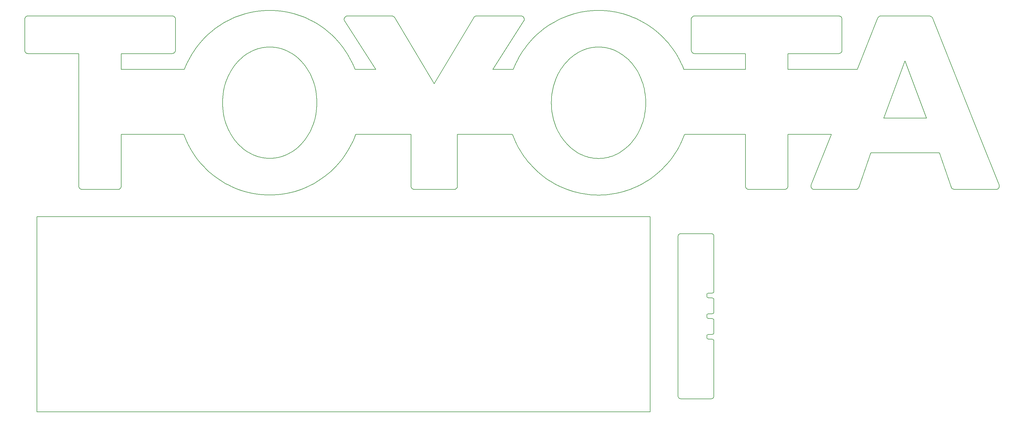
<source format=gbr>
%TF.GenerationSoftware,KiCad,Pcbnew,(6.0.0)*%
%TF.CreationDate,2022-05-14T17:25:00-07:00*%
%TF.ProjectId,Stencil,5374656e-6369-46c2-9e6b-696361645f70,rev?*%
%TF.SameCoordinates,Original*%
%TF.FileFunction,Profile,NP*%
%FSLAX46Y46*%
G04 Gerber Fmt 4.6, Leading zero omitted, Abs format (unit mm)*
G04 Created by KiCad (PCBNEW (6.0.0)) date 2022-05-14 17:25:00*
%MOMM*%
%LPD*%
G01*
G04 APERTURE LIST*
%ADD10C,0.200000*%
%TA.AperFunction,Profile*%
%ADD11C,0.150000*%
%TD*%
G04 APERTURE END LIST*
D10*
X41374535Y-40635228D02*
X41374535Y-45492705D01*
D11*
X28460000Y-90792976D02*
X216960000Y-90792976D01*
X216960000Y-90792976D02*
X216960000Y-150792976D01*
X216960000Y-150792976D02*
X28460000Y-150792976D01*
X28460000Y-150792976D02*
X28460000Y-90792976D01*
D10*
X25737975Y-40635228D02*
X41374535Y-40635228D01*
X236007559Y-120659806D02*
X236218280Y-120620514D01*
X236390366Y-120513362D01*
X236516104Y-120331721D01*
X236548991Y-120159793D01*
X226374811Y-146809803D02*
X226924775Y-146809803D01*
X236548991Y-122660179D02*
X236495611Y-122443408D01*
X236352005Y-122274358D01*
X236168657Y-122182665D01*
X236007699Y-122160188D01*
X236538501Y-126609227D02*
X236541718Y-126579578D01*
X226374904Y-96009932D02*
X226168738Y-96033921D01*
X225947143Y-96120247D01*
X225764271Y-96259575D01*
X225631316Y-96441566D01*
X225559474Y-96655878D01*
X225549970Y-96771923D01*
X234384008Y-121159926D02*
X234384008Y-121159797D01*
X235079592Y-114308471D02*
X236008654Y-114308471D01*
X234384964Y-114808569D02*
X234384964Y-114808462D01*
X234384964Y-115308474D02*
X234384964Y-114808569D01*
X234384008Y-121659938D02*
X234384008Y-121659809D01*
X236549947Y-116308822D02*
X236496571Y-116092051D01*
X236352970Y-115923001D01*
X236169621Y-115831308D01*
X236008654Y-115808831D01*
X235078613Y-122159929D02*
X234872058Y-122137449D01*
X234663019Y-122060594D01*
X234502635Y-121939482D01*
X234398119Y-121760700D01*
X234384008Y-121659938D01*
X225549970Y-96771923D02*
X225549947Y-146047920D01*
X226924775Y-146809803D02*
X226926173Y-146809932D01*
X225654820Y-146412669D02*
X225782682Y-146574106D01*
X225950557Y-146699578D01*
X226150560Y-146780879D01*
X226374811Y-146809803D01*
X235036818Y-146809803D02*
X235724290Y-146809803D01*
X236549480Y-126508436D02*
X236548991Y-122660179D01*
X234384497Y-127508569D02*
X234384497Y-127508462D01*
X234384964Y-114808462D02*
X234439553Y-114613839D01*
X234588420Y-114454911D01*
X234778447Y-114357774D01*
X234973809Y-114314231D01*
X235079592Y-114308471D01*
X236007699Y-122160188D02*
X235792305Y-122160013D01*
X235586733Y-122159967D01*
X235372636Y-122159942D01*
X235164371Y-122159930D01*
X235078613Y-122159929D01*
X235035559Y-146809932D02*
X235036818Y-146809803D01*
X235724313Y-96009932D02*
X226374904Y-96009932D01*
X234384008Y-121659809D02*
X234384008Y-121159926D01*
X236548991Y-120159944D02*
X236549947Y-116308822D01*
X236008165Y-128508831D02*
X235792787Y-128508656D01*
X235587219Y-128508611D01*
X235373125Y-128508586D01*
X235164861Y-128508574D01*
X235079103Y-128508573D01*
X236549224Y-146047812D02*
X236549480Y-129008822D01*
X236008211Y-127008471D02*
X236215857Y-126970351D01*
X236402255Y-126851251D01*
X236519980Y-126671721D01*
X236538501Y-126609227D01*
X236549247Y-96771901D02*
X236512159Y-96545308D01*
X236408362Y-96345869D01*
X236249049Y-96183923D01*
X236045416Y-96069809D01*
X235849943Y-96018711D01*
X235724313Y-96009932D01*
X235079103Y-128508573D02*
X234872548Y-128486093D01*
X234663508Y-128409238D01*
X234503124Y-128288125D01*
X234398608Y-128109343D01*
X234384497Y-128008582D01*
X234384497Y-128008582D02*
X234384497Y-128008474D01*
X234384008Y-121159797D02*
X234438593Y-120965174D01*
X234587453Y-120806246D01*
X234777472Y-120709109D01*
X234972831Y-120665566D01*
X235078613Y-120659806D01*
X236008654Y-114308471D02*
X236219353Y-114269177D01*
X236391409Y-114162019D01*
X236517102Y-113980377D01*
X236549947Y-113808458D01*
X234384964Y-115308582D02*
X234384964Y-115308474D01*
X236008654Y-115808831D02*
X235793276Y-115808656D01*
X235587708Y-115808611D01*
X235373614Y-115808586D01*
X235165350Y-115808574D01*
X235079592Y-115808573D01*
X236548991Y-120159793D02*
X236548991Y-120159944D01*
X225549947Y-146047920D02*
X225581592Y-146250743D01*
X225654820Y-146412669D01*
X235724290Y-146809803D02*
X235930455Y-146785813D01*
X236152050Y-146699487D01*
X236334922Y-146560159D01*
X236467877Y-146378168D01*
X236539719Y-146163856D01*
X236549224Y-146047812D01*
X234384497Y-128008474D02*
X234384497Y-127508569D01*
X235079103Y-127008471D02*
X236008211Y-127008471D01*
X235078613Y-120659806D02*
X236007559Y-120659806D01*
X236541718Y-126579578D02*
X236549480Y-126508436D01*
X235079592Y-115808573D02*
X234873035Y-115786093D01*
X234663990Y-115709238D01*
X234503598Y-115588125D01*
X234399076Y-115409343D01*
X234384964Y-115308582D01*
X236549480Y-129008822D02*
X236496099Y-128792051D01*
X236352489Y-128623001D01*
X236169134Y-128531308D01*
X236008165Y-128508831D01*
X234384497Y-127508462D02*
X234439082Y-127313839D01*
X234587942Y-127154911D01*
X234777962Y-127057774D01*
X234973321Y-127014231D01*
X235079103Y-127008471D01*
X236549947Y-113808458D02*
X236549247Y-96771901D01*
X226926173Y-146809932D02*
X235035559Y-146809932D01*
X48261065Y-29078203D02*
X47538241Y-29078203D01*
X71061332Y-39635228D02*
X71061332Y-30078203D01*
X246239894Y-81418207D02*
X246260210Y-81619741D01*
X246338504Y-81851748D01*
X246468245Y-82054299D01*
X246641577Y-82219542D01*
X246850648Y-82339622D01*
X247087603Y-82406684D01*
X247239894Y-82418207D01*
X54424772Y-65492690D02*
X73613135Y-65492690D01*
X246239894Y-40635207D02*
X246239894Y-45492705D01*
X73812047Y-45492705D02*
X54424772Y-45492705D01*
X42374535Y-82418207D02*
X47899653Y-82418207D01*
X54424772Y-40635228D02*
X70061332Y-40635228D01*
X275926712Y-39635207D02*
X275926712Y-30078203D01*
X150603990Y-49872628D02*
X138470621Y-29565298D01*
X309518743Y-81744806D02*
X309621140Y-81956607D01*
X309766567Y-82134982D01*
X309947375Y-82274483D01*
X310155919Y-82369662D01*
X310384552Y-82415072D01*
X310463906Y-82418207D01*
X303709313Y-29707650D02*
X303602355Y-29508415D01*
X303456694Y-29341452D01*
X303279252Y-29211451D01*
X303076949Y-29123102D01*
X302856706Y-29081096D01*
X302780502Y-29078203D01*
X186597752Y-55777865D02*
X186616619Y-54896461D01*
X186672615Y-54026628D01*
X186764829Y-53169442D01*
X186892348Y-52325979D01*
X187054262Y-51497316D01*
X187249660Y-50684528D01*
X187477631Y-49888691D01*
X187737264Y-49110882D01*
X188027647Y-48352177D01*
X188347870Y-47613652D01*
X188697022Y-46896384D01*
X189074190Y-46201448D01*
X189478465Y-45529921D01*
X189908935Y-44882879D01*
X190364690Y-44261398D01*
X190844817Y-43666554D01*
X191348406Y-43099423D01*
X191874546Y-42561082D01*
X192422326Y-42052607D01*
X192990835Y-41575074D01*
X193579161Y-41129559D01*
X194186393Y-40717139D01*
X194811621Y-40338889D01*
X195453934Y-39995885D01*
X196112419Y-39689205D01*
X196786167Y-39419924D01*
X197474266Y-39189118D01*
X198175805Y-38997863D01*
X198889872Y-38847236D01*
X199615558Y-38738313D01*
X200351950Y-38672170D01*
X201098138Y-38649884D01*
X295315925Y-71152831D02*
X305858714Y-71152831D01*
X230603334Y-40635207D02*
X246239894Y-40635207D01*
X162737087Y-29565298D02*
X150603990Y-49872628D01*
X201098011Y-84158217D02*
X202231755Y-84135577D01*
X203354102Y-84068228D01*
X204464207Y-83957024D01*
X205561224Y-83802817D01*
X206644307Y-83606463D01*
X207712611Y-83368814D01*
X208765290Y-83090724D01*
X209801499Y-82773048D01*
X210820392Y-82416639D01*
X211821124Y-82022351D01*
X212802848Y-81591037D01*
X213764719Y-81123552D01*
X214705891Y-80620749D01*
X215625520Y-80083483D01*
X216522759Y-79512606D01*
X217396763Y-78908973D01*
X218246686Y-78273438D01*
X219071682Y-77606853D01*
X219870906Y-76910074D01*
X220643513Y-76183954D01*
X221388656Y-75429347D01*
X222105490Y-74647106D01*
X222793170Y-73838085D01*
X223450849Y-73003138D01*
X224077683Y-72143120D01*
X224672825Y-71258883D01*
X225235431Y-70351281D01*
X225764654Y-69421169D01*
X226259649Y-68469400D01*
X226719569Y-67496828D01*
X227143571Y-66504306D01*
X227530808Y-65492690D01*
X126458833Y-65492690D02*
X143475305Y-65492690D01*
X286922537Y-29707650D02*
X280625026Y-45492705D01*
X24737975Y-39635228D02*
X24758291Y-39836762D01*
X24836585Y-40068769D01*
X24966326Y-40271320D01*
X25139658Y-40436563D01*
X25348729Y-40556643D01*
X25585684Y-40623705D01*
X25737975Y-40635228D01*
X143475305Y-65492690D02*
X143475305Y-81418207D01*
X259290131Y-65492690D02*
X272645948Y-65492690D01*
X137612175Y-29078203D02*
X123918914Y-29078203D01*
X54424772Y-45492705D02*
X54424772Y-40635228D01*
X259290131Y-45492705D02*
X259290131Y-40635207D01*
X310463906Y-82418207D02*
X323262799Y-82418207D01*
X230603334Y-29078203D02*
X230401799Y-29098519D01*
X230169792Y-29176813D01*
X229967241Y-29306554D01*
X229801998Y-29479886D01*
X229681918Y-29688957D01*
X229614856Y-29925912D01*
X229603334Y-30078203D01*
X114536496Y-55748194D02*
X114517628Y-56629597D01*
X114461632Y-57499430D01*
X114369418Y-58356615D01*
X114241899Y-59200078D01*
X114079985Y-60028741D01*
X113884587Y-60841529D01*
X113656616Y-61637365D01*
X113396983Y-62415173D01*
X113106600Y-63173877D01*
X112786377Y-63912401D01*
X112437226Y-64629669D01*
X112060057Y-65324604D01*
X111655782Y-65996130D01*
X111225312Y-66643171D01*
X110769558Y-67264651D01*
X110289431Y-67859494D01*
X109785841Y-68426624D01*
X109259701Y-68964964D01*
X108711921Y-69473438D01*
X108143413Y-69950970D01*
X107555087Y-70396484D01*
X106947854Y-70808903D01*
X106322626Y-71187153D01*
X105680314Y-71530155D01*
X105021829Y-71836835D01*
X104348081Y-72106115D01*
X103659982Y-72336921D01*
X102958443Y-72528175D01*
X102244376Y-72678801D01*
X101518690Y-72787724D01*
X100782298Y-72853867D01*
X100036111Y-72876154D01*
X267369051Y-82418207D02*
X280167944Y-82418207D01*
X323262799Y-82418207D02*
X323516464Y-82386252D01*
X323743069Y-82296412D01*
X323936493Y-82157720D01*
X324090612Y-81979209D01*
X324199306Y-81769913D01*
X324256451Y-81538867D01*
X324255926Y-81295102D01*
X324191610Y-81047655D01*
X281113107Y-81744806D02*
X284773136Y-71152831D01*
X229603334Y-39635207D02*
X229623650Y-39836741D01*
X229701944Y-40068748D01*
X229831685Y-40271299D01*
X230005017Y-40436542D01*
X230214088Y-40556621D01*
X230451043Y-40623684D01*
X230603334Y-40635207D01*
X266440240Y-81047655D02*
X266375923Y-81295102D01*
X266375398Y-81538867D01*
X266432543Y-81769913D01*
X266541237Y-81979209D01*
X266695356Y-82157720D01*
X266888780Y-82296412D01*
X267115385Y-82386252D01*
X267369051Y-82418207D01*
X132615934Y-45492705D02*
X126259922Y-45492705D01*
X24737975Y-30078203D02*
X24737975Y-39635228D01*
X258290131Y-82418207D02*
X258491665Y-82397890D01*
X258723672Y-82319596D01*
X258926223Y-82189855D01*
X259091466Y-82016523D01*
X259211546Y-81807452D01*
X259278608Y-81570497D01*
X259290131Y-81418207D01*
X168591774Y-45492705D02*
X178130577Y-30618020D01*
X215598523Y-55777865D02*
X215579655Y-56659268D01*
X215523659Y-57529101D01*
X215431445Y-58386286D01*
X215303926Y-59229749D01*
X215142012Y-60058412D01*
X214946614Y-60871200D01*
X214718643Y-61667036D01*
X214459010Y-62444844D01*
X214168627Y-63203548D01*
X213848404Y-63942072D01*
X213499253Y-64659340D01*
X213122084Y-65354275D01*
X212717809Y-66025801D01*
X212287339Y-66672842D01*
X211831584Y-67294322D01*
X211351457Y-67889165D01*
X210847868Y-68456295D01*
X210321728Y-68994635D01*
X209773948Y-69503109D01*
X209205440Y-69980641D01*
X208617113Y-70426155D01*
X208009881Y-70838574D01*
X207384653Y-71216824D01*
X206742341Y-71559826D01*
X206083855Y-71866506D01*
X205410108Y-72135786D01*
X204722009Y-72366592D01*
X204020470Y-72557846D01*
X203306403Y-72708472D01*
X202580717Y-72817395D01*
X201844325Y-72883538D01*
X201098138Y-72905825D01*
X295315925Y-29078203D02*
X287851348Y-29078203D01*
X144475305Y-82418207D02*
X150603854Y-82418207D01*
X47538241Y-29078203D02*
X25737975Y-29078203D01*
X100035984Y-27367842D02*
X98921131Y-27389741D01*
X97817318Y-27454899D01*
X96725346Y-27562501D01*
X95646016Y-27711736D01*
X94580131Y-27901789D01*
X93528491Y-28131849D01*
X92491898Y-28401102D01*
X91471154Y-28708736D01*
X90467061Y-29053938D01*
X89480420Y-29435894D01*
X88512032Y-29853792D01*
X87562699Y-30306820D01*
X86633223Y-30794164D01*
X85724405Y-31315012D01*
X84837047Y-31868550D01*
X83971950Y-32453965D01*
X83129917Y-33070446D01*
X82311748Y-33717179D01*
X81518245Y-34393351D01*
X80750210Y-35098149D01*
X80008444Y-35830761D01*
X79293749Y-36590373D01*
X78606927Y-37376173D01*
X77948778Y-38187349D01*
X77320105Y-39023086D01*
X76721710Y-39882572D01*
X76154393Y-40764995D01*
X75618957Y-41669541D01*
X75116202Y-42595398D01*
X74646931Y-43541753D01*
X74211946Y-44507793D01*
X73812047Y-45492705D01*
X253126424Y-29078203D02*
X252403600Y-29078203D01*
X324191610Y-81047655D02*
X317985902Y-65492690D01*
X247239894Y-82418207D02*
X252765012Y-82418207D01*
X280625026Y-45492705D02*
X259290131Y-45492705D01*
X174885657Y-45492705D02*
X168591774Y-45492705D01*
X157732402Y-65492690D02*
X174665214Y-65492690D01*
X138470621Y-29565298D02*
X138332528Y-29384563D01*
X138160168Y-29241717D01*
X137961054Y-29141023D01*
X137742698Y-29086741D01*
X137612175Y-29078203D01*
X305858714Y-71152831D02*
X309518743Y-81744806D01*
X272645948Y-65492690D02*
X266440240Y-81047655D01*
X259290131Y-81418207D02*
X259290131Y-65492690D01*
X201098011Y-27397492D02*
X199984196Y-27419351D01*
X198881401Y-27484388D01*
X197790423Y-27591793D01*
X196712063Y-27740754D01*
X195647120Y-27930462D01*
X194596392Y-28160106D01*
X193560679Y-28428874D01*
X192540781Y-28735957D01*
X191537496Y-29080544D01*
X190551625Y-29461824D01*
X189583965Y-29878987D01*
X188635317Y-30331222D01*
X187706480Y-30817718D01*
X186798253Y-31337665D01*
X185911435Y-31890252D01*
X185046826Y-32474669D01*
X184205225Y-33090104D01*
X183387431Y-33735748D01*
X182594243Y-34410790D01*
X181826461Y-35114419D01*
X181084884Y-35845824D01*
X180370311Y-36604196D01*
X179683542Y-37388723D01*
X179025375Y-38198594D01*
X178396611Y-39033000D01*
X177798048Y-39891129D01*
X177230485Y-40772171D01*
X176694722Y-41675316D01*
X176191559Y-42599752D01*
X175721794Y-43544669D01*
X175286227Y-44509257D01*
X174885657Y-45492705D01*
X317983168Y-65485843D02*
X303709313Y-29707650D01*
X163595533Y-29078203D02*
X163369553Y-29104048D01*
X163158524Y-29178743D01*
X162969956Y-29298024D01*
X162811363Y-29457630D01*
X162737087Y-29565298D01*
X227530808Y-65492690D02*
X246239894Y-65492690D01*
X275926712Y-30078203D02*
X275906395Y-29876668D01*
X275828101Y-29644661D01*
X275698360Y-29442110D01*
X275525028Y-29276867D01*
X275315957Y-29156787D01*
X275079002Y-29089725D01*
X274926712Y-29078203D01*
X143475305Y-81418207D02*
X143495621Y-81619741D01*
X143573915Y-81851748D01*
X143703656Y-82054299D01*
X143876989Y-82219542D01*
X144086060Y-82339622D01*
X144323015Y-82406684D01*
X144475305Y-82418207D01*
X229603334Y-30078203D02*
X229603334Y-39635207D01*
X100035984Y-84128547D02*
X101168716Y-84105949D01*
X102290076Y-84038722D01*
X103399221Y-83927719D01*
X104495307Y-83773791D01*
X105577491Y-83577788D01*
X106644928Y-83340562D01*
X107696775Y-83062966D01*
X108732189Y-82745849D01*
X109750326Y-82390064D01*
X110750343Y-81996461D01*
X111731395Y-81565893D01*
X112692640Y-81099211D01*
X113633234Y-80597265D01*
X114552333Y-80060908D01*
X115449094Y-79490991D01*
X116322672Y-78888365D01*
X117172226Y-78253882D01*
X117996910Y-77588392D01*
X118795881Y-76892748D01*
X119568296Y-76167801D01*
X120313312Y-75414402D01*
X121030084Y-74633402D01*
X121717769Y-73825654D01*
X122375523Y-72992008D01*
X123002504Y-72133315D01*
X123597867Y-71250428D01*
X124160768Y-70344197D01*
X124690365Y-69415474D01*
X125185813Y-68465110D01*
X125646270Y-67493958D01*
X126070891Y-66502867D01*
X126458833Y-65492690D01*
X274926712Y-29078203D02*
X253126424Y-29078203D01*
X100036111Y-38620213D02*
X100782298Y-38642499D01*
X101518690Y-38708642D01*
X102244376Y-38817565D01*
X102958443Y-38968192D01*
X103659982Y-39159447D01*
X104348081Y-39390253D01*
X105021829Y-39659534D01*
X105680314Y-39966214D01*
X106322626Y-40309218D01*
X106947854Y-40687468D01*
X107555087Y-41099888D01*
X108143413Y-41545403D01*
X108711921Y-42022936D01*
X109259701Y-42531411D01*
X109785841Y-43069752D01*
X110289431Y-43636883D01*
X110769558Y-44231727D01*
X111225312Y-44853208D01*
X111655782Y-45500250D01*
X112060057Y-46171777D01*
X112437226Y-46866713D01*
X112786377Y-47583981D01*
X113106600Y-48322506D01*
X113396983Y-49081211D01*
X113656616Y-49859020D01*
X113884587Y-50654857D01*
X114079985Y-51467645D01*
X114241899Y-52296308D01*
X114369418Y-53139771D01*
X114461632Y-53996957D01*
X114517628Y-54866790D01*
X114536496Y-55748194D01*
X246239894Y-65492690D02*
X246239894Y-81418207D01*
X25737975Y-29078203D02*
X25536440Y-29098519D01*
X25304433Y-29176813D01*
X25101882Y-29306554D01*
X24936639Y-29479886D01*
X24816559Y-29688957D01*
X24749497Y-29925912D01*
X24737975Y-30078203D01*
X157732402Y-81418207D02*
X157732402Y-65492690D01*
X174665214Y-65492690D02*
X175052450Y-66504306D01*
X175476452Y-67496828D01*
X175936372Y-68469400D01*
X176431367Y-69421169D01*
X176960590Y-70351281D01*
X177523196Y-71258883D01*
X178118338Y-72143120D01*
X178745172Y-73003138D01*
X179402851Y-73838085D01*
X180090531Y-74647106D01*
X180807365Y-75429347D01*
X181552508Y-76183954D01*
X182325115Y-76910074D01*
X183124339Y-77606853D01*
X183949335Y-78273438D01*
X184799258Y-78908973D01*
X185673262Y-79512606D01*
X186570501Y-80083483D01*
X187490130Y-80620749D01*
X188431302Y-81123552D01*
X189393173Y-81591037D01*
X190374897Y-82022351D01*
X191375629Y-82416639D01*
X192394522Y-82773048D01*
X193430731Y-83090724D01*
X194483410Y-83368814D01*
X195551714Y-83606463D01*
X196634797Y-83802817D01*
X197731814Y-83957024D01*
X198841919Y-84068228D01*
X199964266Y-84135577D01*
X201098011Y-84158217D01*
X71061332Y-30078203D02*
X71041015Y-29876668D01*
X70962721Y-29644661D01*
X70832980Y-29442110D01*
X70659647Y-29276867D01*
X70450576Y-29156787D01*
X70213621Y-29089725D01*
X70061332Y-29078203D01*
X252765012Y-82418207D02*
X258290131Y-82418207D01*
X295316051Y-42865734D02*
X301836347Y-60512740D01*
X70061332Y-40635228D02*
X70262866Y-40614911D01*
X70494873Y-40536617D01*
X70697424Y-40406876D01*
X70862667Y-40233544D01*
X70982746Y-40024473D01*
X71049809Y-39787518D01*
X71061332Y-39635228D01*
X41374535Y-81418207D02*
X41394851Y-81619741D01*
X41473145Y-81851748D01*
X41602886Y-82054299D01*
X41776218Y-82219542D01*
X41985289Y-82339622D01*
X42222244Y-82406684D01*
X42374535Y-82418207D01*
X274926712Y-40635207D02*
X275128246Y-40614890D01*
X275360253Y-40536596D01*
X275562804Y-40406855D01*
X275728047Y-40233522D01*
X275848127Y-40024451D01*
X275915189Y-39787496D01*
X275926712Y-39635207D01*
X284773136Y-71152831D02*
X295315925Y-71152831D01*
X287851348Y-29078203D02*
X287626663Y-29103719D01*
X287417610Y-29177142D01*
X287231112Y-29293780D01*
X287074089Y-29448943D01*
X286953461Y-29637942D01*
X286922537Y-29707650D01*
X259290131Y-40635207D02*
X274926712Y-40635207D01*
X123077131Y-30618020D02*
X132615934Y-45492705D01*
X246239894Y-45492705D02*
X227310364Y-45492705D01*
X201098138Y-38649884D02*
X201844325Y-38672170D01*
X202580717Y-38738313D01*
X203306403Y-38847236D01*
X204020470Y-38997863D01*
X204722009Y-39189118D01*
X205410108Y-39419924D01*
X206083855Y-39689205D01*
X206742341Y-39995885D01*
X207384653Y-40338889D01*
X208009881Y-40717139D01*
X208617113Y-41129559D01*
X209205440Y-41575074D01*
X209773948Y-42052607D01*
X210321728Y-42561082D01*
X210847868Y-43099423D01*
X211351457Y-43666554D01*
X211831584Y-44261398D01*
X212287339Y-44882879D01*
X212717809Y-45529921D01*
X213122084Y-46201448D01*
X213499253Y-46896384D01*
X213848404Y-47613652D01*
X214168627Y-48352177D01*
X214459010Y-49110882D01*
X214718643Y-49888691D01*
X214946614Y-50684528D01*
X215142012Y-51497316D01*
X215303926Y-52325979D01*
X215431445Y-53169442D01*
X215523659Y-54026628D01*
X215579655Y-54896461D01*
X215598523Y-55777865D01*
X301836347Y-60512740D02*
X295316051Y-60512740D01*
X178130577Y-30618020D02*
X178227250Y-30426219D01*
X178279138Y-30228767D01*
X178283718Y-29965962D01*
X178220821Y-29715319D01*
X178097387Y-29489529D01*
X177920352Y-29301282D01*
X177696655Y-29163270D01*
X177502434Y-29100362D01*
X177288794Y-29078203D01*
X177288794Y-29078203D02*
X163595533Y-29078203D01*
X100036111Y-72876154D02*
X99289923Y-72853867D01*
X98553531Y-72787724D01*
X97827845Y-72678801D01*
X97113778Y-72528175D01*
X96412239Y-72336921D01*
X95724140Y-72106115D01*
X95050392Y-71836835D01*
X94391907Y-71530155D01*
X93749594Y-71187153D01*
X93124366Y-70808903D01*
X92517134Y-70396484D01*
X91928808Y-69950970D01*
X91360299Y-69473438D01*
X90812519Y-68964964D01*
X90286379Y-68426624D01*
X89782790Y-67859494D01*
X89302663Y-67264651D01*
X88846908Y-66643171D01*
X88416438Y-65996130D01*
X88012163Y-65324604D01*
X87634995Y-64629669D01*
X87285843Y-63912401D01*
X86965620Y-63173877D01*
X86675237Y-62415173D01*
X86415604Y-61637365D01*
X86187633Y-60841529D01*
X85992235Y-60028741D01*
X85830321Y-59200078D01*
X85702802Y-58356615D01*
X85610588Y-57499430D01*
X85554592Y-56629597D01*
X85535725Y-55748194D01*
X280167944Y-82418207D02*
X280401574Y-82390598D01*
X280617664Y-82311403D01*
X280808567Y-82186071D01*
X280966637Y-82020048D01*
X281084227Y-81818784D01*
X281113107Y-81744806D01*
X41374535Y-65492690D02*
X41374535Y-81418207D01*
X156732402Y-82418207D02*
X156933936Y-82397890D01*
X157165943Y-82319596D01*
X157368494Y-82189855D01*
X157533737Y-82016523D01*
X157653817Y-81807452D01*
X157720879Y-81570497D01*
X157732402Y-81418207D01*
X201098138Y-72905825D02*
X200351950Y-72883538D01*
X199615558Y-72817395D01*
X198889872Y-72708472D01*
X198175805Y-72557846D01*
X197474266Y-72366592D01*
X196786167Y-72135786D01*
X196112419Y-71866506D01*
X195453934Y-71559826D01*
X194811621Y-71216824D01*
X194186393Y-70838574D01*
X193579161Y-70426155D01*
X192990835Y-69980641D01*
X192422326Y-69503109D01*
X191874546Y-68994635D01*
X191348406Y-68456295D01*
X190844817Y-67889165D01*
X190364690Y-67294322D01*
X189908935Y-66672842D01*
X189478465Y-66025801D01*
X189074190Y-65354275D01*
X188697022Y-64659340D01*
X188347870Y-63942072D01*
X188027647Y-63203548D01*
X187737264Y-62444844D01*
X187477631Y-61667036D01*
X187249660Y-60871200D01*
X187054262Y-60058412D01*
X186892348Y-59229749D01*
X186764829Y-58386286D01*
X186672615Y-57529101D01*
X186616619Y-56659268D01*
X186597752Y-55777865D01*
X288795735Y-60512740D02*
X295316051Y-42865734D01*
X73613135Y-65492690D02*
X74001076Y-66502867D01*
X74425697Y-67493958D01*
X74886154Y-68465110D01*
X75381602Y-69415474D01*
X75911199Y-70344197D01*
X76474100Y-71250428D01*
X77069463Y-72133315D01*
X77696444Y-72992008D01*
X78354198Y-73825654D01*
X79041883Y-74633402D01*
X79758655Y-75414402D01*
X80503671Y-76167801D01*
X81276086Y-76892748D01*
X82075057Y-77588392D01*
X82899741Y-78253882D01*
X83749295Y-78888365D01*
X84622873Y-79490991D01*
X85519634Y-80060908D01*
X86438733Y-80597265D01*
X87379327Y-81099211D01*
X88340572Y-81565893D01*
X89321624Y-81996461D01*
X90321641Y-82390064D01*
X91339778Y-82745849D01*
X92375192Y-83062966D01*
X93427039Y-83340562D01*
X94494476Y-83577788D01*
X95576660Y-83773791D01*
X96672746Y-83927719D01*
X97781891Y-84038722D01*
X98903251Y-84105949D01*
X100035984Y-84128547D01*
X227310364Y-45492705D02*
X226909793Y-44509257D01*
X226474226Y-43544669D01*
X226004461Y-42599752D01*
X225501298Y-41675316D01*
X224965535Y-40772171D01*
X224397973Y-39891129D01*
X223799410Y-39033000D01*
X223170646Y-38198594D01*
X222512479Y-37388723D01*
X221825710Y-36604196D01*
X221111137Y-35845824D01*
X220369560Y-35114419D01*
X219601778Y-34410790D01*
X218808590Y-33735748D01*
X217990796Y-33090104D01*
X217149195Y-32474669D01*
X216284586Y-31890252D01*
X215397768Y-31337665D01*
X214489541Y-30817718D01*
X213560704Y-30331222D01*
X212612056Y-29878987D01*
X211644396Y-29461824D01*
X210658525Y-29080544D01*
X209655240Y-28735957D01*
X208635342Y-28428874D01*
X207599629Y-28160106D01*
X206548901Y-27930462D01*
X205483958Y-27740754D01*
X204405598Y-27591793D01*
X203314620Y-27484388D01*
X202211825Y-27419351D01*
X201098011Y-27397492D01*
X41374535Y-45492705D02*
X41374535Y-65492690D01*
X123918914Y-29078203D02*
X123705273Y-29100362D01*
X123511052Y-29163270D01*
X123287355Y-29301282D01*
X123110320Y-29489529D01*
X122986886Y-29715319D01*
X122923989Y-29965962D01*
X122928569Y-30228767D01*
X122980457Y-30426219D01*
X123077131Y-30618020D01*
X70061332Y-29078203D02*
X48261065Y-29078203D01*
X150603854Y-82418207D02*
X156732402Y-82418207D01*
X317985902Y-65492690D02*
X317983168Y-65485843D01*
X47899653Y-82418207D02*
X53424772Y-82418207D01*
X53424772Y-82418207D02*
X53626306Y-82397890D01*
X53858313Y-82319596D01*
X54060864Y-82189855D01*
X54226107Y-82016523D01*
X54346186Y-81807452D01*
X54413249Y-81570497D01*
X54424772Y-81418207D01*
X126259922Y-45492705D02*
X125860022Y-44507793D01*
X125425036Y-43541753D01*
X124955765Y-42595398D01*
X124453011Y-41669541D01*
X123917574Y-40764995D01*
X123350258Y-39882572D01*
X122751862Y-39023086D01*
X122123189Y-38187349D01*
X121465041Y-37376173D01*
X120778218Y-36590373D01*
X120063523Y-35830761D01*
X119321758Y-35098149D01*
X118553722Y-34393351D01*
X117760220Y-33717179D01*
X116942051Y-33070446D01*
X116100017Y-32453965D01*
X115234920Y-31868550D01*
X114347562Y-31315012D01*
X113438744Y-30794164D01*
X112509268Y-30306820D01*
X111559935Y-29853792D01*
X110591548Y-29435894D01*
X109604906Y-29053938D01*
X108600813Y-28708736D01*
X107580069Y-28401102D01*
X106543476Y-28131849D01*
X105491836Y-27901789D01*
X104425951Y-27711736D01*
X103346621Y-27562501D01*
X102254649Y-27454899D01*
X101150836Y-27389741D01*
X100035984Y-27367842D01*
X302780502Y-29078203D02*
X295315925Y-29078203D01*
X85535725Y-55748194D02*
X85554592Y-54866790D01*
X85610588Y-53996957D01*
X85702802Y-53139771D01*
X85830321Y-52296308D01*
X85992235Y-51467645D01*
X86187633Y-50654857D01*
X86415604Y-49859020D01*
X86675237Y-49081211D01*
X86965620Y-48322506D01*
X87285843Y-47583981D01*
X87634995Y-46866713D01*
X88012163Y-46171777D01*
X88416438Y-45500250D01*
X88846908Y-44853208D01*
X89302663Y-44231727D01*
X89782790Y-43636883D01*
X90286379Y-43069752D01*
X90812519Y-42531411D01*
X91360299Y-42022936D01*
X91928808Y-41545403D01*
X92517134Y-41099888D01*
X93124366Y-40687468D01*
X93749594Y-40309218D01*
X94391907Y-39966214D01*
X95050392Y-39659534D01*
X95724140Y-39390253D01*
X96412239Y-39159447D01*
X97113778Y-38968192D01*
X97827845Y-38817565D01*
X98553531Y-38708642D01*
X99289923Y-38642499D01*
X100036111Y-38620213D01*
X295316051Y-60512740D02*
X288795735Y-60512740D01*
X54424772Y-81418207D02*
X54424772Y-65492690D01*
X252403600Y-29078203D02*
X230603334Y-29078203D01*
M02*

</source>
